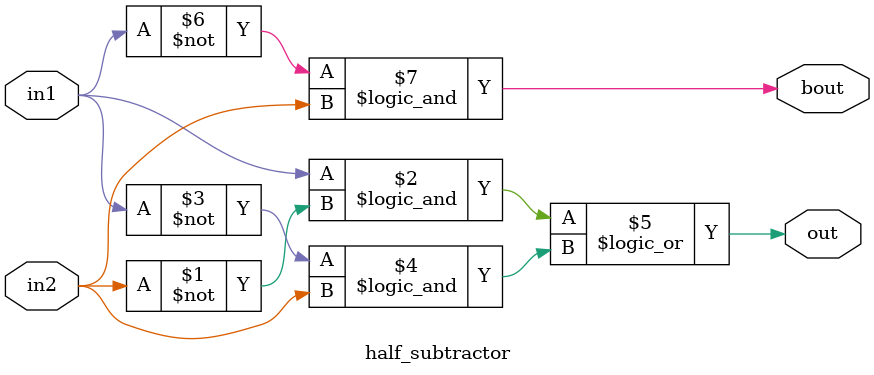
<source format=v>
module decrementor_4b(out, cout, num);
    //4 bit Decrementor
    output [3:0] out;
    output cout;
    input [3:0] num;
    wire w_b0, w_b1, w_b2, unused;

    half_subtractor half_subtractor_00(out[0], w_b0, num[0], 1'b1);
    half_subtractor half_subtractor_01(out[1], w_b1, num[1], w_b0);
    half_subtractor half_subtractor_02(out[2], w_b2, num[2], w_b1);
    half_subtractor half_subtractor_03(out[3], unused, num[3], w_b2);

    //Conform output to standards
    assign cout = 0;

endmodule

module half_subtractor(out, bout, in1, in2);
    //Half-subtractor
    output out, bout;
    input in1, in2;

    assign out = (in1 && ~in2) || (~in1 && in2);
    assign bout = ~in1 && in2;

endmodule
</source>
